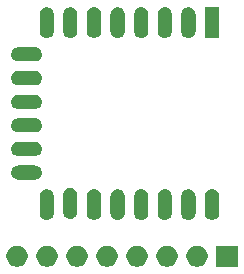
<source format=gbr>
G04 #@! TF.GenerationSoftware,KiCad,Pcbnew,(5.1.5)-3*
G04 #@! TF.CreationDate,2019-12-26T10:02:20-08:00*
G04 #@! TF.ProjectId,esp8266_bcard,65737038-3236-4365-9f62-636172642e6b,rev?*
G04 #@! TF.SameCoordinates,Original*
G04 #@! TF.FileFunction,Soldermask,Bot*
G04 #@! TF.FilePolarity,Negative*
%FSLAX46Y46*%
G04 Gerber Fmt 4.6, Leading zero omitted, Abs format (unit mm)*
G04 Created by KiCad (PCBNEW (5.1.5)-3) date 2019-12-26 10:02:20*
%MOMM*%
%LPD*%
G04 APERTURE LIST*
%ADD10C,0.100000*%
G04 APERTURE END LIST*
D10*
G36*
X178701000Y-130441000D02*
G01*
X176899000Y-130441000D01*
X176899000Y-128639000D01*
X178701000Y-128639000D01*
X178701000Y-130441000D01*
G37*
G36*
X172833512Y-128643927D02*
G01*
X172982812Y-128673624D01*
X173146784Y-128741544D01*
X173294354Y-128840147D01*
X173419853Y-128965646D01*
X173518456Y-129113216D01*
X173586376Y-129277188D01*
X173621000Y-129451259D01*
X173621000Y-129628741D01*
X173586376Y-129802812D01*
X173518456Y-129966784D01*
X173419853Y-130114354D01*
X173294354Y-130239853D01*
X173146784Y-130338456D01*
X172982812Y-130406376D01*
X172833512Y-130436073D01*
X172808742Y-130441000D01*
X172631258Y-130441000D01*
X172606488Y-130436073D01*
X172457188Y-130406376D01*
X172293216Y-130338456D01*
X172145646Y-130239853D01*
X172020147Y-130114354D01*
X171921544Y-129966784D01*
X171853624Y-129802812D01*
X171819000Y-129628741D01*
X171819000Y-129451259D01*
X171853624Y-129277188D01*
X171921544Y-129113216D01*
X172020147Y-128965646D01*
X172145646Y-128840147D01*
X172293216Y-128741544D01*
X172457188Y-128673624D01*
X172606488Y-128643927D01*
X172631258Y-128639000D01*
X172808742Y-128639000D01*
X172833512Y-128643927D01*
G37*
G36*
X170293512Y-128643927D02*
G01*
X170442812Y-128673624D01*
X170606784Y-128741544D01*
X170754354Y-128840147D01*
X170879853Y-128965646D01*
X170978456Y-129113216D01*
X171046376Y-129277188D01*
X171081000Y-129451259D01*
X171081000Y-129628741D01*
X171046376Y-129802812D01*
X170978456Y-129966784D01*
X170879853Y-130114354D01*
X170754354Y-130239853D01*
X170606784Y-130338456D01*
X170442812Y-130406376D01*
X170293512Y-130436073D01*
X170268742Y-130441000D01*
X170091258Y-130441000D01*
X170066488Y-130436073D01*
X169917188Y-130406376D01*
X169753216Y-130338456D01*
X169605646Y-130239853D01*
X169480147Y-130114354D01*
X169381544Y-129966784D01*
X169313624Y-129802812D01*
X169279000Y-129628741D01*
X169279000Y-129451259D01*
X169313624Y-129277188D01*
X169381544Y-129113216D01*
X169480147Y-128965646D01*
X169605646Y-128840147D01*
X169753216Y-128741544D01*
X169917188Y-128673624D01*
X170066488Y-128643927D01*
X170091258Y-128639000D01*
X170268742Y-128639000D01*
X170293512Y-128643927D01*
G37*
G36*
X167753512Y-128643927D02*
G01*
X167902812Y-128673624D01*
X168066784Y-128741544D01*
X168214354Y-128840147D01*
X168339853Y-128965646D01*
X168438456Y-129113216D01*
X168506376Y-129277188D01*
X168541000Y-129451259D01*
X168541000Y-129628741D01*
X168506376Y-129802812D01*
X168438456Y-129966784D01*
X168339853Y-130114354D01*
X168214354Y-130239853D01*
X168066784Y-130338456D01*
X167902812Y-130406376D01*
X167753512Y-130436073D01*
X167728742Y-130441000D01*
X167551258Y-130441000D01*
X167526488Y-130436073D01*
X167377188Y-130406376D01*
X167213216Y-130338456D01*
X167065646Y-130239853D01*
X166940147Y-130114354D01*
X166841544Y-129966784D01*
X166773624Y-129802812D01*
X166739000Y-129628741D01*
X166739000Y-129451259D01*
X166773624Y-129277188D01*
X166841544Y-129113216D01*
X166940147Y-128965646D01*
X167065646Y-128840147D01*
X167213216Y-128741544D01*
X167377188Y-128673624D01*
X167526488Y-128643927D01*
X167551258Y-128639000D01*
X167728742Y-128639000D01*
X167753512Y-128643927D01*
G37*
G36*
X165213512Y-128643927D02*
G01*
X165362812Y-128673624D01*
X165526784Y-128741544D01*
X165674354Y-128840147D01*
X165799853Y-128965646D01*
X165898456Y-129113216D01*
X165966376Y-129277188D01*
X166001000Y-129451259D01*
X166001000Y-129628741D01*
X165966376Y-129802812D01*
X165898456Y-129966784D01*
X165799853Y-130114354D01*
X165674354Y-130239853D01*
X165526784Y-130338456D01*
X165362812Y-130406376D01*
X165213512Y-130436073D01*
X165188742Y-130441000D01*
X165011258Y-130441000D01*
X164986488Y-130436073D01*
X164837188Y-130406376D01*
X164673216Y-130338456D01*
X164525646Y-130239853D01*
X164400147Y-130114354D01*
X164301544Y-129966784D01*
X164233624Y-129802812D01*
X164199000Y-129628741D01*
X164199000Y-129451259D01*
X164233624Y-129277188D01*
X164301544Y-129113216D01*
X164400147Y-128965646D01*
X164525646Y-128840147D01*
X164673216Y-128741544D01*
X164837188Y-128673624D01*
X164986488Y-128643927D01*
X165011258Y-128639000D01*
X165188742Y-128639000D01*
X165213512Y-128643927D01*
G37*
G36*
X162673512Y-128643927D02*
G01*
X162822812Y-128673624D01*
X162986784Y-128741544D01*
X163134354Y-128840147D01*
X163259853Y-128965646D01*
X163358456Y-129113216D01*
X163426376Y-129277188D01*
X163461000Y-129451259D01*
X163461000Y-129628741D01*
X163426376Y-129802812D01*
X163358456Y-129966784D01*
X163259853Y-130114354D01*
X163134354Y-130239853D01*
X162986784Y-130338456D01*
X162822812Y-130406376D01*
X162673512Y-130436073D01*
X162648742Y-130441000D01*
X162471258Y-130441000D01*
X162446488Y-130436073D01*
X162297188Y-130406376D01*
X162133216Y-130338456D01*
X161985646Y-130239853D01*
X161860147Y-130114354D01*
X161761544Y-129966784D01*
X161693624Y-129802812D01*
X161659000Y-129628741D01*
X161659000Y-129451259D01*
X161693624Y-129277188D01*
X161761544Y-129113216D01*
X161860147Y-128965646D01*
X161985646Y-128840147D01*
X162133216Y-128741544D01*
X162297188Y-128673624D01*
X162446488Y-128643927D01*
X162471258Y-128639000D01*
X162648742Y-128639000D01*
X162673512Y-128643927D01*
G37*
G36*
X160133512Y-128643927D02*
G01*
X160282812Y-128673624D01*
X160446784Y-128741544D01*
X160594354Y-128840147D01*
X160719853Y-128965646D01*
X160818456Y-129113216D01*
X160886376Y-129277188D01*
X160921000Y-129451259D01*
X160921000Y-129628741D01*
X160886376Y-129802812D01*
X160818456Y-129966784D01*
X160719853Y-130114354D01*
X160594354Y-130239853D01*
X160446784Y-130338456D01*
X160282812Y-130406376D01*
X160133512Y-130436073D01*
X160108742Y-130441000D01*
X159931258Y-130441000D01*
X159906488Y-130436073D01*
X159757188Y-130406376D01*
X159593216Y-130338456D01*
X159445646Y-130239853D01*
X159320147Y-130114354D01*
X159221544Y-129966784D01*
X159153624Y-129802812D01*
X159119000Y-129628741D01*
X159119000Y-129451259D01*
X159153624Y-129277188D01*
X159221544Y-129113216D01*
X159320147Y-128965646D01*
X159445646Y-128840147D01*
X159593216Y-128741544D01*
X159757188Y-128673624D01*
X159906488Y-128643927D01*
X159931258Y-128639000D01*
X160108742Y-128639000D01*
X160133512Y-128643927D01*
G37*
G36*
X175373512Y-128643927D02*
G01*
X175522812Y-128673624D01*
X175686784Y-128741544D01*
X175834354Y-128840147D01*
X175959853Y-128965646D01*
X176058456Y-129113216D01*
X176126376Y-129277188D01*
X176161000Y-129451259D01*
X176161000Y-129628741D01*
X176126376Y-129802812D01*
X176058456Y-129966784D01*
X175959853Y-130114354D01*
X175834354Y-130239853D01*
X175686784Y-130338456D01*
X175522812Y-130406376D01*
X175373512Y-130436073D01*
X175348742Y-130441000D01*
X175171258Y-130441000D01*
X175146488Y-130436073D01*
X174997188Y-130406376D01*
X174833216Y-130338456D01*
X174685646Y-130239853D01*
X174560147Y-130114354D01*
X174461544Y-129966784D01*
X174393624Y-129802812D01*
X174359000Y-129628741D01*
X174359000Y-129451259D01*
X174393624Y-129277188D01*
X174461544Y-129113216D01*
X174560147Y-128965646D01*
X174685646Y-128840147D01*
X174833216Y-128741544D01*
X174997188Y-128673624D01*
X175146488Y-128643927D01*
X175171258Y-128639000D01*
X175348742Y-128639000D01*
X175373512Y-128643927D01*
G37*
G36*
X168647818Y-123867696D02*
G01*
X168761105Y-123902062D01*
X168865512Y-123957869D01*
X168957027Y-124032973D01*
X169032131Y-124124488D01*
X169087938Y-124228895D01*
X169122304Y-124342182D01*
X169131000Y-124430481D01*
X169131000Y-125889519D01*
X169122304Y-125977818D01*
X169087938Y-126091105D01*
X169032131Y-126195512D01*
X169032130Y-126195513D01*
X168957027Y-126287027D01*
X168919362Y-126317937D01*
X168865511Y-126362131D01*
X168761104Y-126417938D01*
X168647817Y-126452304D01*
X168530000Y-126463907D01*
X168412182Y-126452304D01*
X168298895Y-126417938D01*
X168194488Y-126362131D01*
X168180572Y-126350711D01*
X168102973Y-126287027D01*
X168027870Y-126195512D01*
X168027869Y-126195511D01*
X167972062Y-126091104D01*
X167937696Y-125977817D01*
X167929000Y-125889518D01*
X167929001Y-124430481D01*
X167937697Y-124342182D01*
X167972063Y-124228895D01*
X168027870Y-124124488D01*
X168102974Y-124032973D01*
X168194489Y-123957869D01*
X168298896Y-123902062D01*
X168412183Y-123867696D01*
X168530000Y-123856093D01*
X168647818Y-123867696D01*
G37*
G36*
X162647818Y-123867696D02*
G01*
X162761105Y-123902062D01*
X162865512Y-123957869D01*
X162957027Y-124032973D01*
X163032131Y-124124488D01*
X163087938Y-124228895D01*
X163122304Y-124342182D01*
X163131000Y-124430481D01*
X163131000Y-125889519D01*
X163122304Y-125977818D01*
X163087938Y-126091105D01*
X163032131Y-126195512D01*
X163032130Y-126195513D01*
X162957027Y-126287027D01*
X162919362Y-126317937D01*
X162865511Y-126362131D01*
X162761104Y-126417938D01*
X162647817Y-126452304D01*
X162530000Y-126463907D01*
X162412182Y-126452304D01*
X162298895Y-126417938D01*
X162194488Y-126362131D01*
X162180572Y-126350711D01*
X162102973Y-126287027D01*
X162027870Y-126195512D01*
X162027869Y-126195511D01*
X161972062Y-126091104D01*
X161937696Y-125977817D01*
X161929000Y-125889518D01*
X161929001Y-124430481D01*
X161937697Y-124342182D01*
X161972063Y-124228895D01*
X162027870Y-124124488D01*
X162102974Y-124032973D01*
X162194489Y-123957869D01*
X162298896Y-123902062D01*
X162412183Y-123867696D01*
X162530000Y-123856093D01*
X162647818Y-123867696D01*
G37*
G36*
X166647818Y-123867696D02*
G01*
X166761105Y-123902062D01*
X166865512Y-123957869D01*
X166957027Y-124032973D01*
X167032131Y-124124488D01*
X167087938Y-124228895D01*
X167122304Y-124342182D01*
X167131000Y-124430481D01*
X167131000Y-125889519D01*
X167122304Y-125977818D01*
X167087938Y-126091105D01*
X167032131Y-126195512D01*
X167032130Y-126195513D01*
X166957027Y-126287027D01*
X166919362Y-126317937D01*
X166865511Y-126362131D01*
X166761104Y-126417938D01*
X166647817Y-126452304D01*
X166530000Y-126463907D01*
X166412182Y-126452304D01*
X166298895Y-126417938D01*
X166194488Y-126362131D01*
X166180572Y-126350711D01*
X166102973Y-126287027D01*
X166027870Y-126195512D01*
X166027869Y-126195511D01*
X165972062Y-126091104D01*
X165937696Y-125977817D01*
X165929000Y-125889518D01*
X165929001Y-124430481D01*
X165937697Y-124342182D01*
X165972063Y-124228895D01*
X166027870Y-124124488D01*
X166102974Y-124032973D01*
X166194489Y-123957869D01*
X166298896Y-123902062D01*
X166412183Y-123867696D01*
X166530000Y-123856093D01*
X166647818Y-123867696D01*
G37*
G36*
X170647818Y-123867696D02*
G01*
X170761105Y-123902062D01*
X170865512Y-123957869D01*
X170957027Y-124032973D01*
X171032131Y-124124488D01*
X171087938Y-124228895D01*
X171122304Y-124342182D01*
X171131000Y-124430481D01*
X171131000Y-125889519D01*
X171122304Y-125977818D01*
X171087938Y-126091105D01*
X171032131Y-126195512D01*
X171032130Y-126195513D01*
X170957027Y-126287027D01*
X170919362Y-126317937D01*
X170865511Y-126362131D01*
X170761104Y-126417938D01*
X170647817Y-126452304D01*
X170530000Y-126463907D01*
X170412182Y-126452304D01*
X170298895Y-126417938D01*
X170194488Y-126362131D01*
X170180572Y-126350711D01*
X170102973Y-126287027D01*
X170027870Y-126195512D01*
X170027869Y-126195511D01*
X169972062Y-126091104D01*
X169937696Y-125977817D01*
X169929000Y-125889518D01*
X169929001Y-124430481D01*
X169937697Y-124342182D01*
X169972063Y-124228895D01*
X170027870Y-124124488D01*
X170102974Y-124032973D01*
X170194489Y-123957869D01*
X170298896Y-123902062D01*
X170412183Y-123867696D01*
X170530000Y-123856093D01*
X170647818Y-123867696D01*
G37*
G36*
X172647818Y-123867696D02*
G01*
X172761105Y-123902062D01*
X172865512Y-123957869D01*
X172957027Y-124032973D01*
X173032131Y-124124488D01*
X173087938Y-124228895D01*
X173122304Y-124342182D01*
X173131000Y-124430481D01*
X173131000Y-125889519D01*
X173122304Y-125977818D01*
X173087938Y-126091105D01*
X173032131Y-126195512D01*
X173032130Y-126195513D01*
X172957027Y-126287027D01*
X172919362Y-126317937D01*
X172865511Y-126362131D01*
X172761104Y-126417938D01*
X172647817Y-126452304D01*
X172530000Y-126463907D01*
X172412182Y-126452304D01*
X172298895Y-126417938D01*
X172194488Y-126362131D01*
X172180572Y-126350711D01*
X172102973Y-126287027D01*
X172027870Y-126195512D01*
X172027869Y-126195511D01*
X171972062Y-126091104D01*
X171937696Y-125977817D01*
X171929000Y-125889518D01*
X171929001Y-124430481D01*
X171937697Y-124342182D01*
X171972063Y-124228895D01*
X172027870Y-124124488D01*
X172102974Y-124032973D01*
X172194489Y-123957869D01*
X172298896Y-123902062D01*
X172412183Y-123867696D01*
X172530000Y-123856093D01*
X172647818Y-123867696D01*
G37*
G36*
X174647818Y-123867696D02*
G01*
X174761105Y-123902062D01*
X174865512Y-123957869D01*
X174957027Y-124032973D01*
X175032131Y-124124488D01*
X175087938Y-124228895D01*
X175122304Y-124342182D01*
X175131000Y-124430481D01*
X175131000Y-125889519D01*
X175122304Y-125977818D01*
X175087938Y-126091105D01*
X175032131Y-126195512D01*
X175032130Y-126195513D01*
X174957027Y-126287027D01*
X174919362Y-126317937D01*
X174865511Y-126362131D01*
X174761104Y-126417938D01*
X174647817Y-126452304D01*
X174530000Y-126463907D01*
X174412182Y-126452304D01*
X174298895Y-126417938D01*
X174194488Y-126362131D01*
X174180572Y-126350711D01*
X174102973Y-126287027D01*
X174027870Y-126195512D01*
X174027869Y-126195511D01*
X173972062Y-126091104D01*
X173937696Y-125977817D01*
X173929000Y-125889518D01*
X173929001Y-124430481D01*
X173937697Y-124342182D01*
X173972063Y-124228895D01*
X174027870Y-124124488D01*
X174102974Y-124032973D01*
X174194489Y-123957869D01*
X174298896Y-123902062D01*
X174412183Y-123867696D01*
X174530000Y-123856093D01*
X174647818Y-123867696D01*
G37*
G36*
X176647818Y-123867696D02*
G01*
X176761105Y-123902062D01*
X176865512Y-123957869D01*
X176957027Y-124032973D01*
X177032131Y-124124488D01*
X177087938Y-124228895D01*
X177122304Y-124342182D01*
X177131000Y-124430481D01*
X177131000Y-125889519D01*
X177122304Y-125977818D01*
X177087938Y-126091105D01*
X177032131Y-126195512D01*
X177032130Y-126195513D01*
X176957027Y-126287027D01*
X176919362Y-126317937D01*
X176865511Y-126362131D01*
X176761104Y-126417938D01*
X176647817Y-126452304D01*
X176530000Y-126463907D01*
X176412182Y-126452304D01*
X176298895Y-126417938D01*
X176194488Y-126362131D01*
X176180572Y-126350711D01*
X176102973Y-126287027D01*
X176027870Y-126195512D01*
X176027869Y-126195511D01*
X175972062Y-126091104D01*
X175937696Y-125977817D01*
X175929000Y-125889518D01*
X175929001Y-124430481D01*
X175937697Y-124342182D01*
X175972063Y-124228895D01*
X176027870Y-124124488D01*
X176102974Y-124032973D01*
X176194489Y-123957869D01*
X176298896Y-123902062D01*
X176412183Y-123867696D01*
X176530000Y-123856093D01*
X176647818Y-123867696D01*
G37*
G36*
X164647818Y-123767696D02*
G01*
X164761105Y-123802062D01*
X164865512Y-123857869D01*
X164957027Y-123932973D01*
X165032131Y-124024488D01*
X165087938Y-124128895D01*
X165122304Y-124242182D01*
X165131000Y-124330481D01*
X165131000Y-125789519D01*
X165122304Y-125877818D01*
X165087938Y-125991105D01*
X165032131Y-126095512D01*
X165032130Y-126095513D01*
X164957027Y-126187027D01*
X164881923Y-126248662D01*
X164865511Y-126262131D01*
X164761104Y-126317938D01*
X164647817Y-126352304D01*
X164530000Y-126363907D01*
X164412182Y-126352304D01*
X164298895Y-126317938D01*
X164194488Y-126262131D01*
X164180572Y-126250711D01*
X164102973Y-126187027D01*
X164027870Y-126095512D01*
X164025514Y-126091105D01*
X163972062Y-125991104D01*
X163937696Y-125877817D01*
X163929000Y-125789518D01*
X163929001Y-124330481D01*
X163937697Y-124242182D01*
X163972063Y-124128895D01*
X164027870Y-124024488D01*
X164102974Y-123932973D01*
X164194489Y-123857869D01*
X164298896Y-123802062D01*
X164412183Y-123767696D01*
X164530000Y-123756093D01*
X164647818Y-123767696D01*
G37*
G36*
X161647818Y-121857696D02*
G01*
X161761105Y-121892062D01*
X161865512Y-121947869D01*
X161957027Y-122022973D01*
X162032131Y-122114488D01*
X162087938Y-122218895D01*
X162122304Y-122332182D01*
X162133907Y-122450000D01*
X162122304Y-122567818D01*
X162087938Y-122681105D01*
X162032131Y-122785512D01*
X161957027Y-122877027D01*
X161865512Y-122952131D01*
X161761105Y-123007938D01*
X161647818Y-123042304D01*
X161559519Y-123051000D01*
X160100481Y-123051000D01*
X160012182Y-123042304D01*
X159898895Y-123007938D01*
X159794488Y-122952131D01*
X159702973Y-122877027D01*
X159627869Y-122785512D01*
X159572062Y-122681105D01*
X159537696Y-122567818D01*
X159526093Y-122450000D01*
X159537696Y-122332182D01*
X159572062Y-122218895D01*
X159627869Y-122114488D01*
X159702973Y-122022973D01*
X159794488Y-121947869D01*
X159898895Y-121892062D01*
X160012182Y-121857696D01*
X160100481Y-121849000D01*
X161559519Y-121849000D01*
X161647818Y-121857696D01*
G37*
G36*
X161647818Y-119857696D02*
G01*
X161761105Y-119892062D01*
X161865512Y-119947869D01*
X161957027Y-120022973D01*
X162032131Y-120114488D01*
X162087938Y-120218895D01*
X162122304Y-120332182D01*
X162133907Y-120450000D01*
X162122304Y-120567818D01*
X162087938Y-120681105D01*
X162032131Y-120785512D01*
X161957027Y-120877027D01*
X161865512Y-120952131D01*
X161761105Y-121007938D01*
X161647818Y-121042304D01*
X161559519Y-121051000D01*
X160100481Y-121051000D01*
X160012182Y-121042304D01*
X159898895Y-121007938D01*
X159794488Y-120952131D01*
X159702973Y-120877027D01*
X159627869Y-120785512D01*
X159572062Y-120681105D01*
X159537696Y-120567818D01*
X159526093Y-120450000D01*
X159537696Y-120332182D01*
X159572062Y-120218895D01*
X159627869Y-120114488D01*
X159702973Y-120022973D01*
X159794488Y-119947869D01*
X159898895Y-119892062D01*
X160012182Y-119857696D01*
X160100481Y-119849000D01*
X161559519Y-119849000D01*
X161647818Y-119857696D01*
G37*
G36*
X161647818Y-117857696D02*
G01*
X161761105Y-117892062D01*
X161865512Y-117947869D01*
X161957027Y-118022973D01*
X162032131Y-118114488D01*
X162087938Y-118218895D01*
X162122304Y-118332182D01*
X162133907Y-118450000D01*
X162122304Y-118567818D01*
X162087938Y-118681105D01*
X162032131Y-118785512D01*
X161957027Y-118877027D01*
X161865512Y-118952131D01*
X161761105Y-119007938D01*
X161647818Y-119042304D01*
X161559519Y-119051000D01*
X160100481Y-119051000D01*
X160012182Y-119042304D01*
X159898895Y-119007938D01*
X159794488Y-118952131D01*
X159702973Y-118877027D01*
X159627869Y-118785512D01*
X159572062Y-118681105D01*
X159537696Y-118567818D01*
X159526093Y-118450000D01*
X159537696Y-118332182D01*
X159572062Y-118218895D01*
X159627869Y-118114488D01*
X159702973Y-118022973D01*
X159794488Y-117947869D01*
X159898895Y-117892062D01*
X160012182Y-117857696D01*
X160100481Y-117849000D01*
X161559519Y-117849000D01*
X161647818Y-117857696D01*
G37*
G36*
X161647818Y-115857696D02*
G01*
X161761105Y-115892062D01*
X161865512Y-115947869D01*
X161957027Y-116022973D01*
X162032131Y-116114488D01*
X162087938Y-116218895D01*
X162122304Y-116332182D01*
X162133907Y-116450000D01*
X162122304Y-116567818D01*
X162087938Y-116681105D01*
X162032131Y-116785512D01*
X161957027Y-116877027D01*
X161865512Y-116952131D01*
X161761105Y-117007938D01*
X161647818Y-117042304D01*
X161559519Y-117051000D01*
X160100481Y-117051000D01*
X160012182Y-117042304D01*
X159898895Y-117007938D01*
X159794488Y-116952131D01*
X159702973Y-116877027D01*
X159627869Y-116785512D01*
X159572062Y-116681105D01*
X159537696Y-116567818D01*
X159526093Y-116450000D01*
X159537696Y-116332182D01*
X159572062Y-116218895D01*
X159627869Y-116114488D01*
X159702973Y-116022973D01*
X159794488Y-115947869D01*
X159898895Y-115892062D01*
X160012182Y-115857696D01*
X160100481Y-115849000D01*
X161559519Y-115849000D01*
X161647818Y-115857696D01*
G37*
G36*
X161647818Y-113857696D02*
G01*
X161761105Y-113892062D01*
X161865512Y-113947869D01*
X161957027Y-114022973D01*
X162032131Y-114114488D01*
X162087938Y-114218895D01*
X162122304Y-114332182D01*
X162133907Y-114450000D01*
X162122304Y-114567818D01*
X162087938Y-114681105D01*
X162032131Y-114785512D01*
X161957027Y-114877027D01*
X161865512Y-114952131D01*
X161761105Y-115007938D01*
X161647818Y-115042304D01*
X161559519Y-115051000D01*
X160100481Y-115051000D01*
X160012182Y-115042304D01*
X159898895Y-115007938D01*
X159794488Y-114952131D01*
X159702973Y-114877027D01*
X159627869Y-114785512D01*
X159572062Y-114681105D01*
X159537696Y-114567818D01*
X159526093Y-114450000D01*
X159537696Y-114332182D01*
X159572062Y-114218895D01*
X159627869Y-114114488D01*
X159702973Y-114022973D01*
X159794488Y-113947869D01*
X159898895Y-113892062D01*
X160012182Y-113857696D01*
X160100481Y-113849000D01*
X161559519Y-113849000D01*
X161647818Y-113857696D01*
G37*
G36*
X161647818Y-111857696D02*
G01*
X161761105Y-111892062D01*
X161865512Y-111947869D01*
X161957027Y-112022973D01*
X162032131Y-112114488D01*
X162087938Y-112218895D01*
X162122304Y-112332182D01*
X162133907Y-112450000D01*
X162122304Y-112567818D01*
X162087938Y-112681105D01*
X162032131Y-112785512D01*
X161957027Y-112877027D01*
X161865512Y-112952131D01*
X161761105Y-113007938D01*
X161647818Y-113042304D01*
X161559519Y-113051000D01*
X160100481Y-113051000D01*
X160012182Y-113042304D01*
X159898895Y-113007938D01*
X159794488Y-112952131D01*
X159702973Y-112877027D01*
X159627869Y-112785512D01*
X159572062Y-112681105D01*
X159537696Y-112567818D01*
X159526093Y-112450000D01*
X159537696Y-112332182D01*
X159572062Y-112218895D01*
X159627869Y-112114488D01*
X159702973Y-112022973D01*
X159794488Y-111947869D01*
X159898895Y-111892062D01*
X160012182Y-111857696D01*
X160100481Y-111849000D01*
X161559519Y-111849000D01*
X161647818Y-111857696D01*
G37*
G36*
X170647818Y-108467696D02*
G01*
X170761105Y-108502062D01*
X170865512Y-108557869D01*
X170957027Y-108632973D01*
X171032131Y-108724488D01*
X171087938Y-108828895D01*
X171122304Y-108942182D01*
X171131000Y-109030481D01*
X171131000Y-110489519D01*
X171122304Y-110577818D01*
X171087938Y-110691105D01*
X171032131Y-110795512D01*
X171032130Y-110795513D01*
X170957027Y-110887027D01*
X170881923Y-110948662D01*
X170865511Y-110962131D01*
X170761104Y-111017938D01*
X170647817Y-111052304D01*
X170530000Y-111063907D01*
X170412182Y-111052304D01*
X170298895Y-111017938D01*
X170194488Y-110962131D01*
X170180572Y-110950711D01*
X170102973Y-110887027D01*
X170027870Y-110795512D01*
X170027869Y-110795511D01*
X169972062Y-110691104D01*
X169937696Y-110577817D01*
X169929000Y-110489518D01*
X169929001Y-109030481D01*
X169937697Y-108942182D01*
X169972063Y-108828895D01*
X170027870Y-108724488D01*
X170102974Y-108632973D01*
X170194489Y-108557869D01*
X170298896Y-108502062D01*
X170412183Y-108467696D01*
X170530000Y-108456093D01*
X170647818Y-108467696D01*
G37*
G36*
X174647818Y-108467696D02*
G01*
X174761105Y-108502062D01*
X174865512Y-108557869D01*
X174957027Y-108632973D01*
X175032131Y-108724488D01*
X175087938Y-108828895D01*
X175122304Y-108942182D01*
X175131000Y-109030481D01*
X175131000Y-110489519D01*
X175122304Y-110577818D01*
X175087938Y-110691105D01*
X175032131Y-110795512D01*
X175032130Y-110795513D01*
X174957027Y-110887027D01*
X174881923Y-110948662D01*
X174865511Y-110962131D01*
X174761104Y-111017938D01*
X174647817Y-111052304D01*
X174530000Y-111063907D01*
X174412182Y-111052304D01*
X174298895Y-111017938D01*
X174194488Y-110962131D01*
X174180572Y-110950711D01*
X174102973Y-110887027D01*
X174027870Y-110795512D01*
X174027869Y-110795511D01*
X173972062Y-110691104D01*
X173937696Y-110577817D01*
X173929000Y-110489518D01*
X173929001Y-109030481D01*
X173937697Y-108942182D01*
X173972063Y-108828895D01*
X174027870Y-108724488D01*
X174102974Y-108632973D01*
X174194489Y-108557869D01*
X174298896Y-108502062D01*
X174412183Y-108467696D01*
X174530000Y-108456093D01*
X174647818Y-108467696D01*
G37*
G36*
X172647818Y-108467696D02*
G01*
X172761105Y-108502062D01*
X172865512Y-108557869D01*
X172957027Y-108632973D01*
X173032131Y-108724488D01*
X173087938Y-108828895D01*
X173122304Y-108942182D01*
X173131000Y-109030481D01*
X173131000Y-110489519D01*
X173122304Y-110577818D01*
X173087938Y-110691105D01*
X173032131Y-110795512D01*
X173032130Y-110795513D01*
X172957027Y-110887027D01*
X172881923Y-110948662D01*
X172865511Y-110962131D01*
X172761104Y-111017938D01*
X172647817Y-111052304D01*
X172530000Y-111063907D01*
X172412182Y-111052304D01*
X172298895Y-111017938D01*
X172194488Y-110962131D01*
X172180572Y-110950711D01*
X172102973Y-110887027D01*
X172027870Y-110795512D01*
X172027869Y-110795511D01*
X171972062Y-110691104D01*
X171937696Y-110577817D01*
X171929000Y-110489518D01*
X171929001Y-109030481D01*
X171937697Y-108942182D01*
X171972063Y-108828895D01*
X172027870Y-108724488D01*
X172102974Y-108632973D01*
X172194489Y-108557869D01*
X172298896Y-108502062D01*
X172412183Y-108467696D01*
X172530000Y-108456093D01*
X172647818Y-108467696D01*
G37*
G36*
X168647818Y-108467696D02*
G01*
X168761105Y-108502062D01*
X168865512Y-108557869D01*
X168957027Y-108632973D01*
X169032131Y-108724488D01*
X169087938Y-108828895D01*
X169122304Y-108942182D01*
X169131000Y-109030481D01*
X169131000Y-110489519D01*
X169122304Y-110577818D01*
X169087938Y-110691105D01*
X169032131Y-110795512D01*
X169032130Y-110795513D01*
X168957027Y-110887027D01*
X168881923Y-110948662D01*
X168865511Y-110962131D01*
X168761104Y-111017938D01*
X168647817Y-111052304D01*
X168530000Y-111063907D01*
X168412182Y-111052304D01*
X168298895Y-111017938D01*
X168194488Y-110962131D01*
X168180572Y-110950711D01*
X168102973Y-110887027D01*
X168027870Y-110795512D01*
X168027869Y-110795511D01*
X167972062Y-110691104D01*
X167937696Y-110577817D01*
X167929000Y-110489518D01*
X167929001Y-109030481D01*
X167937697Y-108942182D01*
X167972063Y-108828895D01*
X168027870Y-108724488D01*
X168102974Y-108632973D01*
X168194489Y-108557869D01*
X168298896Y-108502062D01*
X168412183Y-108467696D01*
X168530000Y-108456093D01*
X168647818Y-108467696D01*
G37*
G36*
X166647818Y-108467696D02*
G01*
X166761105Y-108502062D01*
X166865512Y-108557869D01*
X166957027Y-108632973D01*
X167032131Y-108724488D01*
X167087938Y-108828895D01*
X167122304Y-108942182D01*
X167131000Y-109030481D01*
X167131000Y-110489519D01*
X167122304Y-110577818D01*
X167087938Y-110691105D01*
X167032131Y-110795512D01*
X167032130Y-110795513D01*
X166957027Y-110887027D01*
X166881923Y-110948662D01*
X166865511Y-110962131D01*
X166761104Y-111017938D01*
X166647817Y-111052304D01*
X166530000Y-111063907D01*
X166412182Y-111052304D01*
X166298895Y-111017938D01*
X166194488Y-110962131D01*
X166180572Y-110950711D01*
X166102973Y-110887027D01*
X166027870Y-110795512D01*
X166027869Y-110795511D01*
X165972062Y-110691104D01*
X165937696Y-110577817D01*
X165929000Y-110489518D01*
X165929001Y-109030481D01*
X165937697Y-108942182D01*
X165972063Y-108828895D01*
X166027870Y-108724488D01*
X166102974Y-108632973D01*
X166194489Y-108557869D01*
X166298896Y-108502062D01*
X166412183Y-108467696D01*
X166530000Y-108456093D01*
X166647818Y-108467696D01*
G37*
G36*
X164647818Y-108467696D02*
G01*
X164761105Y-108502062D01*
X164865512Y-108557869D01*
X164957027Y-108632973D01*
X165032131Y-108724488D01*
X165087938Y-108828895D01*
X165122304Y-108942182D01*
X165131000Y-109030481D01*
X165131000Y-110489519D01*
X165122304Y-110577818D01*
X165087938Y-110691105D01*
X165032131Y-110795512D01*
X165032130Y-110795513D01*
X164957027Y-110887027D01*
X164881923Y-110948662D01*
X164865511Y-110962131D01*
X164761104Y-111017938D01*
X164647817Y-111052304D01*
X164530000Y-111063907D01*
X164412182Y-111052304D01*
X164298895Y-111017938D01*
X164194488Y-110962131D01*
X164180572Y-110950711D01*
X164102973Y-110887027D01*
X164027870Y-110795512D01*
X164027869Y-110795511D01*
X163972062Y-110691104D01*
X163937696Y-110577817D01*
X163929000Y-110489518D01*
X163929001Y-109030481D01*
X163937697Y-108942182D01*
X163972063Y-108828895D01*
X164027870Y-108724488D01*
X164102974Y-108632973D01*
X164194489Y-108557869D01*
X164298896Y-108502062D01*
X164412183Y-108467696D01*
X164530000Y-108456093D01*
X164647818Y-108467696D01*
G37*
G36*
X162647818Y-108467696D02*
G01*
X162761105Y-108502062D01*
X162865512Y-108557869D01*
X162957027Y-108632973D01*
X163032131Y-108724488D01*
X163087938Y-108828895D01*
X163122304Y-108942182D01*
X163131000Y-109030481D01*
X163131000Y-110489519D01*
X163122304Y-110577818D01*
X163087938Y-110691105D01*
X163032131Y-110795512D01*
X163032130Y-110795513D01*
X162957027Y-110887027D01*
X162881923Y-110948662D01*
X162865511Y-110962131D01*
X162761104Y-111017938D01*
X162647817Y-111052304D01*
X162530000Y-111063907D01*
X162412182Y-111052304D01*
X162298895Y-111017938D01*
X162194488Y-110962131D01*
X162180572Y-110950711D01*
X162102973Y-110887027D01*
X162027870Y-110795512D01*
X162027869Y-110795511D01*
X161972062Y-110691104D01*
X161937696Y-110577817D01*
X161929000Y-110489518D01*
X161929001Y-109030481D01*
X161937697Y-108942182D01*
X161972063Y-108828895D01*
X162027870Y-108724488D01*
X162102974Y-108632973D01*
X162194489Y-108557869D01*
X162298896Y-108502062D01*
X162412183Y-108467696D01*
X162530000Y-108456093D01*
X162647818Y-108467696D01*
G37*
G36*
X177131000Y-111061000D02*
G01*
X175929000Y-111061000D01*
X175929000Y-108459000D01*
X177131000Y-108459000D01*
X177131000Y-111061000D01*
G37*
M02*

</source>
